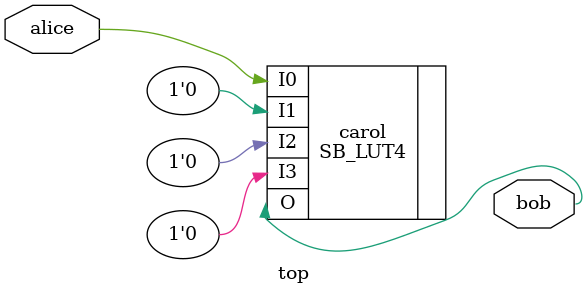
<source format=v>
module top(input alice, output bob);
	(* syn_noprune *)
	SB_LUT4 #(
		.LUT_INIT(16'b1010_1010_1010_1010)
	) carol (
		.I0(alice),
		.I1(1'b0),
		.I2(1'b0),
		.I3(1'b0),
		.O(bob)
	);
endmodule

</source>
